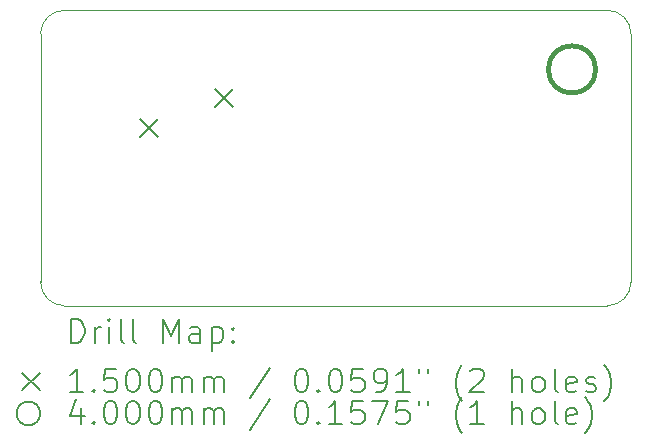
<source format=gbr>
%TF.GenerationSoftware,KiCad,Pcbnew,8.0.6*%
%TF.CreationDate,2024-12-06T21:46:28+09:00*%
%TF.ProjectId,dummy_keyboard,64756d6d-795f-46b6-9579-626f6172642e,rev?*%
%TF.SameCoordinates,Original*%
%TF.FileFunction,Drillmap*%
%TF.FilePolarity,Positive*%
%FSLAX45Y45*%
G04 Gerber Fmt 4.5, Leading zero omitted, Abs format (unit mm)*
G04 Created by KiCad (PCBNEW 8.0.6) date 2024-12-06 21:46:28*
%MOMM*%
%LPD*%
G01*
G04 APERTURE LIST*
%ADD10C,0.050000*%
%ADD11C,0.200000*%
%ADD12C,0.150000*%
%ADD13C,0.400000*%
G04 APERTURE END LIST*
D10*
X13200000Y-9400000D02*
G75*
G02*
X13400000Y-9200000I200000J0D01*
G01*
X13200000Y-11500000D02*
X13200000Y-9400000D01*
X13400000Y-11700000D02*
G75*
G02*
X13200000Y-11500000I0J200000D01*
G01*
X13400000Y-9200000D02*
X18000000Y-9200000D01*
X18200000Y-9400000D02*
X18200000Y-11500000D01*
X18000000Y-9200000D02*
G75*
G02*
X18200000Y-9400000I0J-200000D01*
G01*
X18000000Y-11700000D02*
X13400000Y-11700000D01*
X18200000Y-11500000D02*
G75*
G02*
X18000000Y-11700000I-200000J0D01*
G01*
D11*
D12*
X14044000Y-10121000D02*
X14194000Y-10271000D01*
X14194000Y-10121000D02*
X14044000Y-10271000D01*
X14679000Y-9867000D02*
X14829000Y-10017000D01*
X14829000Y-9867000D02*
X14679000Y-10017000D01*
D13*
X17900000Y-9700000D02*
G75*
G02*
X17500000Y-9700000I-200000J0D01*
G01*
X17500000Y-9700000D02*
G75*
G02*
X17900000Y-9700000I200000J0D01*
G01*
D11*
X13458277Y-12013984D02*
X13458277Y-11813984D01*
X13458277Y-11813984D02*
X13505896Y-11813984D01*
X13505896Y-11813984D02*
X13534467Y-11823508D01*
X13534467Y-11823508D02*
X13553515Y-11842555D01*
X13553515Y-11842555D02*
X13563039Y-11861603D01*
X13563039Y-11861603D02*
X13572562Y-11899698D01*
X13572562Y-11899698D02*
X13572562Y-11928269D01*
X13572562Y-11928269D02*
X13563039Y-11966365D01*
X13563039Y-11966365D02*
X13553515Y-11985412D01*
X13553515Y-11985412D02*
X13534467Y-12004460D01*
X13534467Y-12004460D02*
X13505896Y-12013984D01*
X13505896Y-12013984D02*
X13458277Y-12013984D01*
X13658277Y-12013984D02*
X13658277Y-11880650D01*
X13658277Y-11918746D02*
X13667801Y-11899698D01*
X13667801Y-11899698D02*
X13677324Y-11890174D01*
X13677324Y-11890174D02*
X13696372Y-11880650D01*
X13696372Y-11880650D02*
X13715420Y-11880650D01*
X13782086Y-12013984D02*
X13782086Y-11880650D01*
X13782086Y-11813984D02*
X13772562Y-11823508D01*
X13772562Y-11823508D02*
X13782086Y-11833031D01*
X13782086Y-11833031D02*
X13791610Y-11823508D01*
X13791610Y-11823508D02*
X13782086Y-11813984D01*
X13782086Y-11813984D02*
X13782086Y-11833031D01*
X13905896Y-12013984D02*
X13886848Y-12004460D01*
X13886848Y-12004460D02*
X13877324Y-11985412D01*
X13877324Y-11985412D02*
X13877324Y-11813984D01*
X14010658Y-12013984D02*
X13991610Y-12004460D01*
X13991610Y-12004460D02*
X13982086Y-11985412D01*
X13982086Y-11985412D02*
X13982086Y-11813984D01*
X14239229Y-12013984D02*
X14239229Y-11813984D01*
X14239229Y-11813984D02*
X14305896Y-11956841D01*
X14305896Y-11956841D02*
X14372562Y-11813984D01*
X14372562Y-11813984D02*
X14372562Y-12013984D01*
X14553515Y-12013984D02*
X14553515Y-11909222D01*
X14553515Y-11909222D02*
X14543991Y-11890174D01*
X14543991Y-11890174D02*
X14524943Y-11880650D01*
X14524943Y-11880650D02*
X14486848Y-11880650D01*
X14486848Y-11880650D02*
X14467801Y-11890174D01*
X14553515Y-12004460D02*
X14534467Y-12013984D01*
X14534467Y-12013984D02*
X14486848Y-12013984D01*
X14486848Y-12013984D02*
X14467801Y-12004460D01*
X14467801Y-12004460D02*
X14458277Y-11985412D01*
X14458277Y-11985412D02*
X14458277Y-11966365D01*
X14458277Y-11966365D02*
X14467801Y-11947317D01*
X14467801Y-11947317D02*
X14486848Y-11937793D01*
X14486848Y-11937793D02*
X14534467Y-11937793D01*
X14534467Y-11937793D02*
X14553515Y-11928269D01*
X14648753Y-11880650D02*
X14648753Y-12080650D01*
X14648753Y-11890174D02*
X14667801Y-11880650D01*
X14667801Y-11880650D02*
X14705896Y-11880650D01*
X14705896Y-11880650D02*
X14724943Y-11890174D01*
X14724943Y-11890174D02*
X14734467Y-11899698D01*
X14734467Y-11899698D02*
X14743991Y-11918746D01*
X14743991Y-11918746D02*
X14743991Y-11975888D01*
X14743991Y-11975888D02*
X14734467Y-11994936D01*
X14734467Y-11994936D02*
X14724943Y-12004460D01*
X14724943Y-12004460D02*
X14705896Y-12013984D01*
X14705896Y-12013984D02*
X14667801Y-12013984D01*
X14667801Y-12013984D02*
X14648753Y-12004460D01*
X14829705Y-11994936D02*
X14839229Y-12004460D01*
X14839229Y-12004460D02*
X14829705Y-12013984D01*
X14829705Y-12013984D02*
X14820182Y-12004460D01*
X14820182Y-12004460D02*
X14829705Y-11994936D01*
X14829705Y-11994936D02*
X14829705Y-12013984D01*
X14829705Y-11890174D02*
X14839229Y-11899698D01*
X14839229Y-11899698D02*
X14829705Y-11909222D01*
X14829705Y-11909222D02*
X14820182Y-11899698D01*
X14820182Y-11899698D02*
X14829705Y-11890174D01*
X14829705Y-11890174D02*
X14829705Y-11909222D01*
D12*
X13047500Y-12267500D02*
X13197500Y-12417500D01*
X13197500Y-12267500D02*
X13047500Y-12417500D01*
D11*
X13563039Y-12433984D02*
X13448753Y-12433984D01*
X13505896Y-12433984D02*
X13505896Y-12233984D01*
X13505896Y-12233984D02*
X13486848Y-12262555D01*
X13486848Y-12262555D02*
X13467801Y-12281603D01*
X13467801Y-12281603D02*
X13448753Y-12291127D01*
X13648753Y-12414936D02*
X13658277Y-12424460D01*
X13658277Y-12424460D02*
X13648753Y-12433984D01*
X13648753Y-12433984D02*
X13639229Y-12424460D01*
X13639229Y-12424460D02*
X13648753Y-12414936D01*
X13648753Y-12414936D02*
X13648753Y-12433984D01*
X13839229Y-12233984D02*
X13743991Y-12233984D01*
X13743991Y-12233984D02*
X13734467Y-12329222D01*
X13734467Y-12329222D02*
X13743991Y-12319698D01*
X13743991Y-12319698D02*
X13763039Y-12310174D01*
X13763039Y-12310174D02*
X13810658Y-12310174D01*
X13810658Y-12310174D02*
X13829705Y-12319698D01*
X13829705Y-12319698D02*
X13839229Y-12329222D01*
X13839229Y-12329222D02*
X13848753Y-12348269D01*
X13848753Y-12348269D02*
X13848753Y-12395888D01*
X13848753Y-12395888D02*
X13839229Y-12414936D01*
X13839229Y-12414936D02*
X13829705Y-12424460D01*
X13829705Y-12424460D02*
X13810658Y-12433984D01*
X13810658Y-12433984D02*
X13763039Y-12433984D01*
X13763039Y-12433984D02*
X13743991Y-12424460D01*
X13743991Y-12424460D02*
X13734467Y-12414936D01*
X13972562Y-12233984D02*
X13991610Y-12233984D01*
X13991610Y-12233984D02*
X14010658Y-12243508D01*
X14010658Y-12243508D02*
X14020182Y-12253031D01*
X14020182Y-12253031D02*
X14029705Y-12272079D01*
X14029705Y-12272079D02*
X14039229Y-12310174D01*
X14039229Y-12310174D02*
X14039229Y-12357793D01*
X14039229Y-12357793D02*
X14029705Y-12395888D01*
X14029705Y-12395888D02*
X14020182Y-12414936D01*
X14020182Y-12414936D02*
X14010658Y-12424460D01*
X14010658Y-12424460D02*
X13991610Y-12433984D01*
X13991610Y-12433984D02*
X13972562Y-12433984D01*
X13972562Y-12433984D02*
X13953515Y-12424460D01*
X13953515Y-12424460D02*
X13943991Y-12414936D01*
X13943991Y-12414936D02*
X13934467Y-12395888D01*
X13934467Y-12395888D02*
X13924943Y-12357793D01*
X13924943Y-12357793D02*
X13924943Y-12310174D01*
X13924943Y-12310174D02*
X13934467Y-12272079D01*
X13934467Y-12272079D02*
X13943991Y-12253031D01*
X13943991Y-12253031D02*
X13953515Y-12243508D01*
X13953515Y-12243508D02*
X13972562Y-12233984D01*
X14163039Y-12233984D02*
X14182086Y-12233984D01*
X14182086Y-12233984D02*
X14201134Y-12243508D01*
X14201134Y-12243508D02*
X14210658Y-12253031D01*
X14210658Y-12253031D02*
X14220182Y-12272079D01*
X14220182Y-12272079D02*
X14229705Y-12310174D01*
X14229705Y-12310174D02*
X14229705Y-12357793D01*
X14229705Y-12357793D02*
X14220182Y-12395888D01*
X14220182Y-12395888D02*
X14210658Y-12414936D01*
X14210658Y-12414936D02*
X14201134Y-12424460D01*
X14201134Y-12424460D02*
X14182086Y-12433984D01*
X14182086Y-12433984D02*
X14163039Y-12433984D01*
X14163039Y-12433984D02*
X14143991Y-12424460D01*
X14143991Y-12424460D02*
X14134467Y-12414936D01*
X14134467Y-12414936D02*
X14124943Y-12395888D01*
X14124943Y-12395888D02*
X14115420Y-12357793D01*
X14115420Y-12357793D02*
X14115420Y-12310174D01*
X14115420Y-12310174D02*
X14124943Y-12272079D01*
X14124943Y-12272079D02*
X14134467Y-12253031D01*
X14134467Y-12253031D02*
X14143991Y-12243508D01*
X14143991Y-12243508D02*
X14163039Y-12233984D01*
X14315420Y-12433984D02*
X14315420Y-12300650D01*
X14315420Y-12319698D02*
X14324943Y-12310174D01*
X14324943Y-12310174D02*
X14343991Y-12300650D01*
X14343991Y-12300650D02*
X14372563Y-12300650D01*
X14372563Y-12300650D02*
X14391610Y-12310174D01*
X14391610Y-12310174D02*
X14401134Y-12329222D01*
X14401134Y-12329222D02*
X14401134Y-12433984D01*
X14401134Y-12329222D02*
X14410658Y-12310174D01*
X14410658Y-12310174D02*
X14429705Y-12300650D01*
X14429705Y-12300650D02*
X14458277Y-12300650D01*
X14458277Y-12300650D02*
X14477324Y-12310174D01*
X14477324Y-12310174D02*
X14486848Y-12329222D01*
X14486848Y-12329222D02*
X14486848Y-12433984D01*
X14582086Y-12433984D02*
X14582086Y-12300650D01*
X14582086Y-12319698D02*
X14591610Y-12310174D01*
X14591610Y-12310174D02*
X14610658Y-12300650D01*
X14610658Y-12300650D02*
X14639229Y-12300650D01*
X14639229Y-12300650D02*
X14658277Y-12310174D01*
X14658277Y-12310174D02*
X14667801Y-12329222D01*
X14667801Y-12329222D02*
X14667801Y-12433984D01*
X14667801Y-12329222D02*
X14677324Y-12310174D01*
X14677324Y-12310174D02*
X14696372Y-12300650D01*
X14696372Y-12300650D02*
X14724943Y-12300650D01*
X14724943Y-12300650D02*
X14743991Y-12310174D01*
X14743991Y-12310174D02*
X14753515Y-12329222D01*
X14753515Y-12329222D02*
X14753515Y-12433984D01*
X15143991Y-12224460D02*
X14972563Y-12481603D01*
X15401134Y-12233984D02*
X15420182Y-12233984D01*
X15420182Y-12233984D02*
X15439229Y-12243508D01*
X15439229Y-12243508D02*
X15448753Y-12253031D01*
X15448753Y-12253031D02*
X15458277Y-12272079D01*
X15458277Y-12272079D02*
X15467801Y-12310174D01*
X15467801Y-12310174D02*
X15467801Y-12357793D01*
X15467801Y-12357793D02*
X15458277Y-12395888D01*
X15458277Y-12395888D02*
X15448753Y-12414936D01*
X15448753Y-12414936D02*
X15439229Y-12424460D01*
X15439229Y-12424460D02*
X15420182Y-12433984D01*
X15420182Y-12433984D02*
X15401134Y-12433984D01*
X15401134Y-12433984D02*
X15382086Y-12424460D01*
X15382086Y-12424460D02*
X15372563Y-12414936D01*
X15372563Y-12414936D02*
X15363039Y-12395888D01*
X15363039Y-12395888D02*
X15353515Y-12357793D01*
X15353515Y-12357793D02*
X15353515Y-12310174D01*
X15353515Y-12310174D02*
X15363039Y-12272079D01*
X15363039Y-12272079D02*
X15372563Y-12253031D01*
X15372563Y-12253031D02*
X15382086Y-12243508D01*
X15382086Y-12243508D02*
X15401134Y-12233984D01*
X15553515Y-12414936D02*
X15563039Y-12424460D01*
X15563039Y-12424460D02*
X15553515Y-12433984D01*
X15553515Y-12433984D02*
X15543991Y-12424460D01*
X15543991Y-12424460D02*
X15553515Y-12414936D01*
X15553515Y-12414936D02*
X15553515Y-12433984D01*
X15686848Y-12233984D02*
X15705896Y-12233984D01*
X15705896Y-12233984D02*
X15724944Y-12243508D01*
X15724944Y-12243508D02*
X15734467Y-12253031D01*
X15734467Y-12253031D02*
X15743991Y-12272079D01*
X15743991Y-12272079D02*
X15753515Y-12310174D01*
X15753515Y-12310174D02*
X15753515Y-12357793D01*
X15753515Y-12357793D02*
X15743991Y-12395888D01*
X15743991Y-12395888D02*
X15734467Y-12414936D01*
X15734467Y-12414936D02*
X15724944Y-12424460D01*
X15724944Y-12424460D02*
X15705896Y-12433984D01*
X15705896Y-12433984D02*
X15686848Y-12433984D01*
X15686848Y-12433984D02*
X15667801Y-12424460D01*
X15667801Y-12424460D02*
X15658277Y-12414936D01*
X15658277Y-12414936D02*
X15648753Y-12395888D01*
X15648753Y-12395888D02*
X15639229Y-12357793D01*
X15639229Y-12357793D02*
X15639229Y-12310174D01*
X15639229Y-12310174D02*
X15648753Y-12272079D01*
X15648753Y-12272079D02*
X15658277Y-12253031D01*
X15658277Y-12253031D02*
X15667801Y-12243508D01*
X15667801Y-12243508D02*
X15686848Y-12233984D01*
X15934467Y-12233984D02*
X15839229Y-12233984D01*
X15839229Y-12233984D02*
X15829706Y-12329222D01*
X15829706Y-12329222D02*
X15839229Y-12319698D01*
X15839229Y-12319698D02*
X15858277Y-12310174D01*
X15858277Y-12310174D02*
X15905896Y-12310174D01*
X15905896Y-12310174D02*
X15924944Y-12319698D01*
X15924944Y-12319698D02*
X15934467Y-12329222D01*
X15934467Y-12329222D02*
X15943991Y-12348269D01*
X15943991Y-12348269D02*
X15943991Y-12395888D01*
X15943991Y-12395888D02*
X15934467Y-12414936D01*
X15934467Y-12414936D02*
X15924944Y-12424460D01*
X15924944Y-12424460D02*
X15905896Y-12433984D01*
X15905896Y-12433984D02*
X15858277Y-12433984D01*
X15858277Y-12433984D02*
X15839229Y-12424460D01*
X15839229Y-12424460D02*
X15829706Y-12414936D01*
X16039229Y-12433984D02*
X16077325Y-12433984D01*
X16077325Y-12433984D02*
X16096372Y-12424460D01*
X16096372Y-12424460D02*
X16105896Y-12414936D01*
X16105896Y-12414936D02*
X16124944Y-12386365D01*
X16124944Y-12386365D02*
X16134467Y-12348269D01*
X16134467Y-12348269D02*
X16134467Y-12272079D01*
X16134467Y-12272079D02*
X16124944Y-12253031D01*
X16124944Y-12253031D02*
X16115420Y-12243508D01*
X16115420Y-12243508D02*
X16096372Y-12233984D01*
X16096372Y-12233984D02*
X16058277Y-12233984D01*
X16058277Y-12233984D02*
X16039229Y-12243508D01*
X16039229Y-12243508D02*
X16029706Y-12253031D01*
X16029706Y-12253031D02*
X16020182Y-12272079D01*
X16020182Y-12272079D02*
X16020182Y-12319698D01*
X16020182Y-12319698D02*
X16029706Y-12338746D01*
X16029706Y-12338746D02*
X16039229Y-12348269D01*
X16039229Y-12348269D02*
X16058277Y-12357793D01*
X16058277Y-12357793D02*
X16096372Y-12357793D01*
X16096372Y-12357793D02*
X16115420Y-12348269D01*
X16115420Y-12348269D02*
X16124944Y-12338746D01*
X16124944Y-12338746D02*
X16134467Y-12319698D01*
X16324944Y-12433984D02*
X16210658Y-12433984D01*
X16267801Y-12433984D02*
X16267801Y-12233984D01*
X16267801Y-12233984D02*
X16248753Y-12262555D01*
X16248753Y-12262555D02*
X16229706Y-12281603D01*
X16229706Y-12281603D02*
X16210658Y-12291127D01*
X16401134Y-12233984D02*
X16401134Y-12272079D01*
X16477325Y-12233984D02*
X16477325Y-12272079D01*
X16772563Y-12510174D02*
X16763039Y-12500650D01*
X16763039Y-12500650D02*
X16743991Y-12472079D01*
X16743991Y-12472079D02*
X16734468Y-12453031D01*
X16734468Y-12453031D02*
X16724944Y-12424460D01*
X16724944Y-12424460D02*
X16715420Y-12376841D01*
X16715420Y-12376841D02*
X16715420Y-12338746D01*
X16715420Y-12338746D02*
X16724944Y-12291127D01*
X16724944Y-12291127D02*
X16734468Y-12262555D01*
X16734468Y-12262555D02*
X16743991Y-12243508D01*
X16743991Y-12243508D02*
X16763039Y-12214936D01*
X16763039Y-12214936D02*
X16772563Y-12205412D01*
X16839230Y-12253031D02*
X16848753Y-12243508D01*
X16848753Y-12243508D02*
X16867801Y-12233984D01*
X16867801Y-12233984D02*
X16915420Y-12233984D01*
X16915420Y-12233984D02*
X16934468Y-12243508D01*
X16934468Y-12243508D02*
X16943991Y-12253031D01*
X16943991Y-12253031D02*
X16953515Y-12272079D01*
X16953515Y-12272079D02*
X16953515Y-12291127D01*
X16953515Y-12291127D02*
X16943991Y-12319698D01*
X16943991Y-12319698D02*
X16829706Y-12433984D01*
X16829706Y-12433984D02*
X16953515Y-12433984D01*
X17191611Y-12433984D02*
X17191611Y-12233984D01*
X17277325Y-12433984D02*
X17277325Y-12329222D01*
X17277325Y-12329222D02*
X17267801Y-12310174D01*
X17267801Y-12310174D02*
X17248753Y-12300650D01*
X17248753Y-12300650D02*
X17220182Y-12300650D01*
X17220182Y-12300650D02*
X17201134Y-12310174D01*
X17201134Y-12310174D02*
X17191611Y-12319698D01*
X17401134Y-12433984D02*
X17382087Y-12424460D01*
X17382087Y-12424460D02*
X17372563Y-12414936D01*
X17372563Y-12414936D02*
X17363039Y-12395888D01*
X17363039Y-12395888D02*
X17363039Y-12338746D01*
X17363039Y-12338746D02*
X17372563Y-12319698D01*
X17372563Y-12319698D02*
X17382087Y-12310174D01*
X17382087Y-12310174D02*
X17401134Y-12300650D01*
X17401134Y-12300650D02*
X17429706Y-12300650D01*
X17429706Y-12300650D02*
X17448753Y-12310174D01*
X17448753Y-12310174D02*
X17458277Y-12319698D01*
X17458277Y-12319698D02*
X17467801Y-12338746D01*
X17467801Y-12338746D02*
X17467801Y-12395888D01*
X17467801Y-12395888D02*
X17458277Y-12414936D01*
X17458277Y-12414936D02*
X17448753Y-12424460D01*
X17448753Y-12424460D02*
X17429706Y-12433984D01*
X17429706Y-12433984D02*
X17401134Y-12433984D01*
X17582087Y-12433984D02*
X17563039Y-12424460D01*
X17563039Y-12424460D02*
X17553515Y-12405412D01*
X17553515Y-12405412D02*
X17553515Y-12233984D01*
X17734468Y-12424460D02*
X17715420Y-12433984D01*
X17715420Y-12433984D02*
X17677325Y-12433984D01*
X17677325Y-12433984D02*
X17658277Y-12424460D01*
X17658277Y-12424460D02*
X17648753Y-12405412D01*
X17648753Y-12405412D02*
X17648753Y-12329222D01*
X17648753Y-12329222D02*
X17658277Y-12310174D01*
X17658277Y-12310174D02*
X17677325Y-12300650D01*
X17677325Y-12300650D02*
X17715420Y-12300650D01*
X17715420Y-12300650D02*
X17734468Y-12310174D01*
X17734468Y-12310174D02*
X17743992Y-12329222D01*
X17743992Y-12329222D02*
X17743992Y-12348269D01*
X17743992Y-12348269D02*
X17648753Y-12367317D01*
X17820182Y-12424460D02*
X17839230Y-12433984D01*
X17839230Y-12433984D02*
X17877325Y-12433984D01*
X17877325Y-12433984D02*
X17896373Y-12424460D01*
X17896373Y-12424460D02*
X17905896Y-12405412D01*
X17905896Y-12405412D02*
X17905896Y-12395888D01*
X17905896Y-12395888D02*
X17896373Y-12376841D01*
X17896373Y-12376841D02*
X17877325Y-12367317D01*
X17877325Y-12367317D02*
X17848753Y-12367317D01*
X17848753Y-12367317D02*
X17829706Y-12357793D01*
X17829706Y-12357793D02*
X17820182Y-12338746D01*
X17820182Y-12338746D02*
X17820182Y-12329222D01*
X17820182Y-12329222D02*
X17829706Y-12310174D01*
X17829706Y-12310174D02*
X17848753Y-12300650D01*
X17848753Y-12300650D02*
X17877325Y-12300650D01*
X17877325Y-12300650D02*
X17896373Y-12310174D01*
X17972563Y-12510174D02*
X17982087Y-12500650D01*
X17982087Y-12500650D02*
X18001134Y-12472079D01*
X18001134Y-12472079D02*
X18010658Y-12453031D01*
X18010658Y-12453031D02*
X18020182Y-12424460D01*
X18020182Y-12424460D02*
X18029706Y-12376841D01*
X18029706Y-12376841D02*
X18029706Y-12338746D01*
X18029706Y-12338746D02*
X18020182Y-12291127D01*
X18020182Y-12291127D02*
X18010658Y-12262555D01*
X18010658Y-12262555D02*
X18001134Y-12243508D01*
X18001134Y-12243508D02*
X17982087Y-12214936D01*
X17982087Y-12214936D02*
X17972563Y-12205412D01*
X13197500Y-12612500D02*
G75*
G02*
X12997500Y-12612500I-100000J0D01*
G01*
X12997500Y-12612500D02*
G75*
G02*
X13197500Y-12612500I100000J0D01*
G01*
X13543991Y-12570650D02*
X13543991Y-12703984D01*
X13496372Y-12494460D02*
X13448753Y-12637317D01*
X13448753Y-12637317D02*
X13572562Y-12637317D01*
X13648753Y-12684936D02*
X13658277Y-12694460D01*
X13658277Y-12694460D02*
X13648753Y-12703984D01*
X13648753Y-12703984D02*
X13639229Y-12694460D01*
X13639229Y-12694460D02*
X13648753Y-12684936D01*
X13648753Y-12684936D02*
X13648753Y-12703984D01*
X13782086Y-12503984D02*
X13801134Y-12503984D01*
X13801134Y-12503984D02*
X13820182Y-12513508D01*
X13820182Y-12513508D02*
X13829705Y-12523031D01*
X13829705Y-12523031D02*
X13839229Y-12542079D01*
X13839229Y-12542079D02*
X13848753Y-12580174D01*
X13848753Y-12580174D02*
X13848753Y-12627793D01*
X13848753Y-12627793D02*
X13839229Y-12665888D01*
X13839229Y-12665888D02*
X13829705Y-12684936D01*
X13829705Y-12684936D02*
X13820182Y-12694460D01*
X13820182Y-12694460D02*
X13801134Y-12703984D01*
X13801134Y-12703984D02*
X13782086Y-12703984D01*
X13782086Y-12703984D02*
X13763039Y-12694460D01*
X13763039Y-12694460D02*
X13753515Y-12684936D01*
X13753515Y-12684936D02*
X13743991Y-12665888D01*
X13743991Y-12665888D02*
X13734467Y-12627793D01*
X13734467Y-12627793D02*
X13734467Y-12580174D01*
X13734467Y-12580174D02*
X13743991Y-12542079D01*
X13743991Y-12542079D02*
X13753515Y-12523031D01*
X13753515Y-12523031D02*
X13763039Y-12513508D01*
X13763039Y-12513508D02*
X13782086Y-12503984D01*
X13972562Y-12503984D02*
X13991610Y-12503984D01*
X13991610Y-12503984D02*
X14010658Y-12513508D01*
X14010658Y-12513508D02*
X14020182Y-12523031D01*
X14020182Y-12523031D02*
X14029705Y-12542079D01*
X14029705Y-12542079D02*
X14039229Y-12580174D01*
X14039229Y-12580174D02*
X14039229Y-12627793D01*
X14039229Y-12627793D02*
X14029705Y-12665888D01*
X14029705Y-12665888D02*
X14020182Y-12684936D01*
X14020182Y-12684936D02*
X14010658Y-12694460D01*
X14010658Y-12694460D02*
X13991610Y-12703984D01*
X13991610Y-12703984D02*
X13972562Y-12703984D01*
X13972562Y-12703984D02*
X13953515Y-12694460D01*
X13953515Y-12694460D02*
X13943991Y-12684936D01*
X13943991Y-12684936D02*
X13934467Y-12665888D01*
X13934467Y-12665888D02*
X13924943Y-12627793D01*
X13924943Y-12627793D02*
X13924943Y-12580174D01*
X13924943Y-12580174D02*
X13934467Y-12542079D01*
X13934467Y-12542079D02*
X13943991Y-12523031D01*
X13943991Y-12523031D02*
X13953515Y-12513508D01*
X13953515Y-12513508D02*
X13972562Y-12503984D01*
X14163039Y-12503984D02*
X14182086Y-12503984D01*
X14182086Y-12503984D02*
X14201134Y-12513508D01*
X14201134Y-12513508D02*
X14210658Y-12523031D01*
X14210658Y-12523031D02*
X14220182Y-12542079D01*
X14220182Y-12542079D02*
X14229705Y-12580174D01*
X14229705Y-12580174D02*
X14229705Y-12627793D01*
X14229705Y-12627793D02*
X14220182Y-12665888D01*
X14220182Y-12665888D02*
X14210658Y-12684936D01*
X14210658Y-12684936D02*
X14201134Y-12694460D01*
X14201134Y-12694460D02*
X14182086Y-12703984D01*
X14182086Y-12703984D02*
X14163039Y-12703984D01*
X14163039Y-12703984D02*
X14143991Y-12694460D01*
X14143991Y-12694460D02*
X14134467Y-12684936D01*
X14134467Y-12684936D02*
X14124943Y-12665888D01*
X14124943Y-12665888D02*
X14115420Y-12627793D01*
X14115420Y-12627793D02*
X14115420Y-12580174D01*
X14115420Y-12580174D02*
X14124943Y-12542079D01*
X14124943Y-12542079D02*
X14134467Y-12523031D01*
X14134467Y-12523031D02*
X14143991Y-12513508D01*
X14143991Y-12513508D02*
X14163039Y-12503984D01*
X14315420Y-12703984D02*
X14315420Y-12570650D01*
X14315420Y-12589698D02*
X14324943Y-12580174D01*
X14324943Y-12580174D02*
X14343991Y-12570650D01*
X14343991Y-12570650D02*
X14372563Y-12570650D01*
X14372563Y-12570650D02*
X14391610Y-12580174D01*
X14391610Y-12580174D02*
X14401134Y-12599222D01*
X14401134Y-12599222D02*
X14401134Y-12703984D01*
X14401134Y-12599222D02*
X14410658Y-12580174D01*
X14410658Y-12580174D02*
X14429705Y-12570650D01*
X14429705Y-12570650D02*
X14458277Y-12570650D01*
X14458277Y-12570650D02*
X14477324Y-12580174D01*
X14477324Y-12580174D02*
X14486848Y-12599222D01*
X14486848Y-12599222D02*
X14486848Y-12703984D01*
X14582086Y-12703984D02*
X14582086Y-12570650D01*
X14582086Y-12589698D02*
X14591610Y-12580174D01*
X14591610Y-12580174D02*
X14610658Y-12570650D01*
X14610658Y-12570650D02*
X14639229Y-12570650D01*
X14639229Y-12570650D02*
X14658277Y-12580174D01*
X14658277Y-12580174D02*
X14667801Y-12599222D01*
X14667801Y-12599222D02*
X14667801Y-12703984D01*
X14667801Y-12599222D02*
X14677324Y-12580174D01*
X14677324Y-12580174D02*
X14696372Y-12570650D01*
X14696372Y-12570650D02*
X14724943Y-12570650D01*
X14724943Y-12570650D02*
X14743991Y-12580174D01*
X14743991Y-12580174D02*
X14753515Y-12599222D01*
X14753515Y-12599222D02*
X14753515Y-12703984D01*
X15143991Y-12494460D02*
X14972563Y-12751603D01*
X15401134Y-12503984D02*
X15420182Y-12503984D01*
X15420182Y-12503984D02*
X15439229Y-12513508D01*
X15439229Y-12513508D02*
X15448753Y-12523031D01*
X15448753Y-12523031D02*
X15458277Y-12542079D01*
X15458277Y-12542079D02*
X15467801Y-12580174D01*
X15467801Y-12580174D02*
X15467801Y-12627793D01*
X15467801Y-12627793D02*
X15458277Y-12665888D01*
X15458277Y-12665888D02*
X15448753Y-12684936D01*
X15448753Y-12684936D02*
X15439229Y-12694460D01*
X15439229Y-12694460D02*
X15420182Y-12703984D01*
X15420182Y-12703984D02*
X15401134Y-12703984D01*
X15401134Y-12703984D02*
X15382086Y-12694460D01*
X15382086Y-12694460D02*
X15372563Y-12684936D01*
X15372563Y-12684936D02*
X15363039Y-12665888D01*
X15363039Y-12665888D02*
X15353515Y-12627793D01*
X15353515Y-12627793D02*
X15353515Y-12580174D01*
X15353515Y-12580174D02*
X15363039Y-12542079D01*
X15363039Y-12542079D02*
X15372563Y-12523031D01*
X15372563Y-12523031D02*
X15382086Y-12513508D01*
X15382086Y-12513508D02*
X15401134Y-12503984D01*
X15553515Y-12684936D02*
X15563039Y-12694460D01*
X15563039Y-12694460D02*
X15553515Y-12703984D01*
X15553515Y-12703984D02*
X15543991Y-12694460D01*
X15543991Y-12694460D02*
X15553515Y-12684936D01*
X15553515Y-12684936D02*
X15553515Y-12703984D01*
X15753515Y-12703984D02*
X15639229Y-12703984D01*
X15696372Y-12703984D02*
X15696372Y-12503984D01*
X15696372Y-12503984D02*
X15677325Y-12532555D01*
X15677325Y-12532555D02*
X15658277Y-12551603D01*
X15658277Y-12551603D02*
X15639229Y-12561127D01*
X15934467Y-12503984D02*
X15839229Y-12503984D01*
X15839229Y-12503984D02*
X15829706Y-12599222D01*
X15829706Y-12599222D02*
X15839229Y-12589698D01*
X15839229Y-12589698D02*
X15858277Y-12580174D01*
X15858277Y-12580174D02*
X15905896Y-12580174D01*
X15905896Y-12580174D02*
X15924944Y-12589698D01*
X15924944Y-12589698D02*
X15934467Y-12599222D01*
X15934467Y-12599222D02*
X15943991Y-12618269D01*
X15943991Y-12618269D02*
X15943991Y-12665888D01*
X15943991Y-12665888D02*
X15934467Y-12684936D01*
X15934467Y-12684936D02*
X15924944Y-12694460D01*
X15924944Y-12694460D02*
X15905896Y-12703984D01*
X15905896Y-12703984D02*
X15858277Y-12703984D01*
X15858277Y-12703984D02*
X15839229Y-12694460D01*
X15839229Y-12694460D02*
X15829706Y-12684936D01*
X16010658Y-12503984D02*
X16143991Y-12503984D01*
X16143991Y-12503984D02*
X16058277Y-12703984D01*
X16315420Y-12503984D02*
X16220182Y-12503984D01*
X16220182Y-12503984D02*
X16210658Y-12599222D01*
X16210658Y-12599222D02*
X16220182Y-12589698D01*
X16220182Y-12589698D02*
X16239229Y-12580174D01*
X16239229Y-12580174D02*
X16286848Y-12580174D01*
X16286848Y-12580174D02*
X16305896Y-12589698D01*
X16305896Y-12589698D02*
X16315420Y-12599222D01*
X16315420Y-12599222D02*
X16324944Y-12618269D01*
X16324944Y-12618269D02*
X16324944Y-12665888D01*
X16324944Y-12665888D02*
X16315420Y-12684936D01*
X16315420Y-12684936D02*
X16305896Y-12694460D01*
X16305896Y-12694460D02*
X16286848Y-12703984D01*
X16286848Y-12703984D02*
X16239229Y-12703984D01*
X16239229Y-12703984D02*
X16220182Y-12694460D01*
X16220182Y-12694460D02*
X16210658Y-12684936D01*
X16401134Y-12503984D02*
X16401134Y-12542079D01*
X16477325Y-12503984D02*
X16477325Y-12542079D01*
X16772563Y-12780174D02*
X16763039Y-12770650D01*
X16763039Y-12770650D02*
X16743991Y-12742079D01*
X16743991Y-12742079D02*
X16734468Y-12723031D01*
X16734468Y-12723031D02*
X16724944Y-12694460D01*
X16724944Y-12694460D02*
X16715420Y-12646841D01*
X16715420Y-12646841D02*
X16715420Y-12608746D01*
X16715420Y-12608746D02*
X16724944Y-12561127D01*
X16724944Y-12561127D02*
X16734468Y-12532555D01*
X16734468Y-12532555D02*
X16743991Y-12513508D01*
X16743991Y-12513508D02*
X16763039Y-12484936D01*
X16763039Y-12484936D02*
X16772563Y-12475412D01*
X16953515Y-12703984D02*
X16839230Y-12703984D01*
X16896372Y-12703984D02*
X16896372Y-12503984D01*
X16896372Y-12503984D02*
X16877325Y-12532555D01*
X16877325Y-12532555D02*
X16858277Y-12551603D01*
X16858277Y-12551603D02*
X16839230Y-12561127D01*
X17191611Y-12703984D02*
X17191611Y-12503984D01*
X17277325Y-12703984D02*
X17277325Y-12599222D01*
X17277325Y-12599222D02*
X17267801Y-12580174D01*
X17267801Y-12580174D02*
X17248753Y-12570650D01*
X17248753Y-12570650D02*
X17220182Y-12570650D01*
X17220182Y-12570650D02*
X17201134Y-12580174D01*
X17201134Y-12580174D02*
X17191611Y-12589698D01*
X17401134Y-12703984D02*
X17382087Y-12694460D01*
X17382087Y-12694460D02*
X17372563Y-12684936D01*
X17372563Y-12684936D02*
X17363039Y-12665888D01*
X17363039Y-12665888D02*
X17363039Y-12608746D01*
X17363039Y-12608746D02*
X17372563Y-12589698D01*
X17372563Y-12589698D02*
X17382087Y-12580174D01*
X17382087Y-12580174D02*
X17401134Y-12570650D01*
X17401134Y-12570650D02*
X17429706Y-12570650D01*
X17429706Y-12570650D02*
X17448753Y-12580174D01*
X17448753Y-12580174D02*
X17458277Y-12589698D01*
X17458277Y-12589698D02*
X17467801Y-12608746D01*
X17467801Y-12608746D02*
X17467801Y-12665888D01*
X17467801Y-12665888D02*
X17458277Y-12684936D01*
X17458277Y-12684936D02*
X17448753Y-12694460D01*
X17448753Y-12694460D02*
X17429706Y-12703984D01*
X17429706Y-12703984D02*
X17401134Y-12703984D01*
X17582087Y-12703984D02*
X17563039Y-12694460D01*
X17563039Y-12694460D02*
X17553515Y-12675412D01*
X17553515Y-12675412D02*
X17553515Y-12503984D01*
X17734468Y-12694460D02*
X17715420Y-12703984D01*
X17715420Y-12703984D02*
X17677325Y-12703984D01*
X17677325Y-12703984D02*
X17658277Y-12694460D01*
X17658277Y-12694460D02*
X17648753Y-12675412D01*
X17648753Y-12675412D02*
X17648753Y-12599222D01*
X17648753Y-12599222D02*
X17658277Y-12580174D01*
X17658277Y-12580174D02*
X17677325Y-12570650D01*
X17677325Y-12570650D02*
X17715420Y-12570650D01*
X17715420Y-12570650D02*
X17734468Y-12580174D01*
X17734468Y-12580174D02*
X17743992Y-12599222D01*
X17743992Y-12599222D02*
X17743992Y-12618269D01*
X17743992Y-12618269D02*
X17648753Y-12637317D01*
X17810658Y-12780174D02*
X17820182Y-12770650D01*
X17820182Y-12770650D02*
X17839230Y-12742079D01*
X17839230Y-12742079D02*
X17848753Y-12723031D01*
X17848753Y-12723031D02*
X17858277Y-12694460D01*
X17858277Y-12694460D02*
X17867801Y-12646841D01*
X17867801Y-12646841D02*
X17867801Y-12608746D01*
X17867801Y-12608746D02*
X17858277Y-12561127D01*
X17858277Y-12561127D02*
X17848753Y-12532555D01*
X17848753Y-12532555D02*
X17839230Y-12513508D01*
X17839230Y-12513508D02*
X17820182Y-12484936D01*
X17820182Y-12484936D02*
X17810658Y-12475412D01*
M02*

</source>
